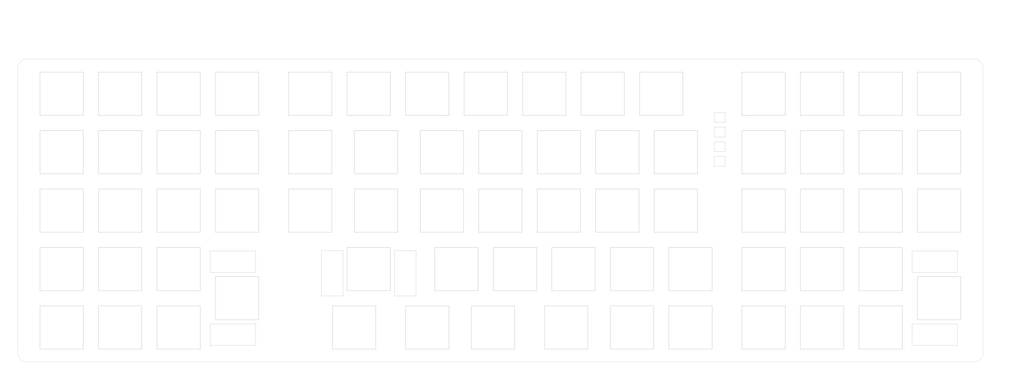
<source format=kicad_pcb>
(kicad_pcb (version 20211014) (generator pcbnew)
  (layers (0 "F.Cu" signal) (31 "B.Cu" signal) (34 "B.Paste" user) (35 "F.Paste" user) (36 "B.SilkS" user "B.Silkscreen") (37 "F.SilkS" user "F.Silkscreen") (38 "B.Mask" user) (39 "F.Mask" user) (44 "Edge.Cuts" user))
  (net 0 "")
  (footprint "kbd_SW_Hole:SW_Hole_1u" (layer "F.Cu") (at 47.625 47.625)
    (fp_text reference "SW7" hide)
    (fp_text value "SW_PUSH" hide)
    (fp_line (start 7.05 7.05) (end -7.05 7.05) (layer "Edge.Cuts") (width 0.15))
    (fp_line (start -7.05 7.05) (end -7.05 -7.05) (layer "Edge.Cuts") (width 0.15))
    (fp_line (start -7.05 -7.05) (end 7.05 -7.05) (layer "Edge.Cuts") (width 0.15))
    (fp_line (start 7.05 -7.05) (end 7.05 7.05) (layer "Edge.Cuts") (width 0.15))
  )
  (footprint "kbd_SW_Hole:SW_Hole_1u" (layer "F.Cu") (at 47.625 104.775)
    (fp_text reference "SW10" hide)
    (fp_text value "SW_PUSH" hide)
    (fp_line (start 7.05 -7.05) (end 7.05 7.05) (layer "Edge.Cuts") (width 0.15))
    (fp_line (start -7.05 7.05) (end -7.05 -7.05) (layer "Edge.Cuts") (width 0.15))
    (fp_line (start -7.05 -7.05) (end 7.05 -7.05) (layer "Edge.Cuts") (width 0.15))
    (fp_line (start 7.05 7.05) (end -7.05 7.05) (layer "Edge.Cuts") (width 0.15))
  )
  (footprint "kbd_SW_Hole:SW_Hole_1u" (layer "F.Cu") (at 47.625 28.575)
    (fp_text reference "SW6" hide)
    (fp_text value "SW_PUSH" hide)
    (fp_line (start -7.05 7.05) (end -7.05 -7.05) (layer "Edge.Cuts") (width 0.15))
    (fp_line (start 7.05 7.05) (end -7.05 7.05) (layer "Edge.Cuts") (width 0.15))
    (fp_line (start 7.05 -7.05) (end 7.05 7.05) (layer "Edge.Cuts") (width 0.15))
    (fp_line (start -7.05 -7.05) (end 7.05 -7.05) (layer "Edge.Cuts") (width 0.15))
  )
  (footprint "kbd_SW_Hole:SW_Hole_1u" (layer "F.Cu") (at 28.575 28.575)
    (fp_text reference "SW1" hide)
    (fp_text value "SW_PUSH" hide)
    (fp_line (start 7.05 -7.05) (end 7.05 7.05) (layer "Edge.Cuts") (width 0.15))
    (fp_line (start -7.05 -7.05) (end 7.05 -7.05) (layer "Edge.Cuts") (width 0.15))
    (fp_line (start -7.05 7.05) (end -7.05 -7.05) (layer "Edge.Cuts") (width 0.15))
    (fp_line (start 7.05 7.05) (end -7.05 7.05) (layer "Edge.Cuts") (width 0.15))
  )
  (footprint "kbd_SW_Hole:SW_Hole_1u" (layer "F.Cu") (at 47.625 85.725)
    (fp_text reference "SW9" hide)
    (fp_text value "SW_PUSH" hide)
    (fp_line (start 7.05 7.05) (end -7.05 7.05) (layer "Edge.Cuts") (width 0.15))
    (fp_line (start -7.05 -7.05) (end 7.05 -7.05) (layer "Edge.Cuts") (width 0.15))
    (fp_line (start 7.05 -7.05) (end 7.05 7.05) (layer "Edge.Cuts") (width 0.15))
    (fp_line (start -7.05 7.05) (end -7.05 -7.05) (layer "Edge.Cuts") (width 0.15))
  )
  (footprint "kbd_SW_Hole:SW_Hole_1u" (layer "F.Cu") (at 47.625 66.675)
    (fp_text reference "SW8" hide)
    (fp_text value "SW_PUSH" hide)
    (fp_line (start 7.05 -7.05) (end 7.05 7.05) (layer "Edge.Cuts") (width 0.15))
    (fp_line (start 7.05 7.05) (end -7.05 7.05) (layer "Edge.Cuts") (width 0.15))
    (fp_line (start -7.05 7.05) (end -7.05 -7.05) (layer "Edge.Cuts") (width 0.15))
    (fp_line (start -7.05 -7.05) (end 7.05 -7.05) (layer "Edge.Cuts") (width 0.15))
  )
  (footprint "kbd_SW_Hole:SW_Hole_1u" (layer "F.Cu") (at 66.675 47.625)
    (fp_text reference "SW12" hide)
    (fp_text value "SW_PUSH" hide)
    (fp_line (start 7.05 -7.05) (end 7.05 7.05) (layer "Edge.Cuts") (width 0.15))
    (fp_line (start -7.05 7.05) (end -7.05 -7.05) (layer "Edge.Cuts") (width 0.15))
    (fp_line (start -7.05 -7.05) (end 7.05 -7.05) (layer "Edge.Cuts") (width 0.15))
    (fp_line (start 7.05 7.05) (end -7.05 7.05) (layer "Edge.Cuts") (width 0.15))
  )
  (footprint "kbd_SW_Hole:SW_Hole_1u" (layer "F.Cu") (at 66.675 28.575)
    (fp_text reference "SW11" hide)
    (fp_text value "SW_PUSH" hide)
    (fp_line (start -7.05 -7.05) (end 7.05 -7.05) (layer "Edge.Cuts") (width 0.15))
    (fp_line (start 7.05 7.05) (end -7.05 7.05) (layer "Edge.Cuts") (width 0.15))
    (fp_line (start 7.05 -7.05) (end 7.05 7.05) (layer "Edge.Cuts") (width 0.15))
    (fp_line (start -7.05 7.05) (end -7.05 -7.05) (layer "Edge.Cuts") (width 0.15))
  )
  (footprint "kbd_SW_Hole:SW_Hole_1u" (layer "F.Cu") (at 66.675 66.675)
    (fp_text reference "SW13" hide)
    (fp_text value "SW_PUSH" hide)
    (fp_line (start -7.05 7.05) (end -7.05 -7.05) (layer "Edge.Cuts") (width 0.15))
    (fp_line (start 7.05 7.05) (end -7.05 7.05) (layer "Edge.Cuts") (width 0.15))
    (fp_line (start 7.05 -7.05) (end 7.05 7.05) (layer "Edge.Cuts") (width 0.15))
    (fp_line (start -7.05 -7.05) (end 7.05 -7.05) (layer "Edge.Cuts") (width 0.15))
  )
  (footprint "kbd_SW_Hole:SW_Hole_1u" (layer "F.Cu") (at 66.675 85.725)
    (fp_text reference "SW14" hide)
    (fp_text value "SW_PUSH" hide)
    (fp_line (start 7.05 7.05) (end -7.05 7.05) (layer "Edge.Cuts") (width 0.15))
    (fp_line (start 7.05 -7.05) (end 7.05 7.05) (layer "Edge.Cuts") (width 0.15))
    (fp_line (start -7.05 7.05) (end -7.05 -7.05) (layer "Edge.Cuts") (width 0.15))
    (fp_line (start -7.05 -7.05) (end 7.05 -7.05) (layer "Edge.Cuts") (width 0.15))
  )
  (footprint "kbd_SW_Hole:SW_Hole_1u" (layer "F.Cu") (at 85.725 47.625)
    (fp_text reference "SW17" hide)
    (fp_text value "SW_PUSH" hide)
    (fp_line (start -7.05 -7.05) (end 7.05 -7.05) (layer "Edge.Cuts") (width 0.15))
    (fp_line (start 7.05 7.05) (end -7.05 7.05) (layer "Edge.Cuts") (width 0.15))
    (fp_line (start -7.05 7.05) (end -7.05 -7.05) (layer "Edge.Cuts") (width 0.15))
    (fp_line (start 7.05 -7.05) (end 7.05 7.05) (layer "Edge.Cuts") (width 0.15))
  )
  (footprint "kbd_SW_Hole:SW_Hole_1u" (layer "F.Cu") (at 85.725 28.575)
    (fp_text reference "SW16" hide)
    (fp_text value "SW_PUSH" hide)
    (fp_line (start 7.05 7.05) (end -7.05 7.05) (layer "Edge.Cuts") (width 0.15))
    (fp_line (start -7.05 7.05) (end -7.05 -7.05) (layer "Edge.Cuts") (width 0.15))
    (fp_line (start -7.05 -7.05) (end 7.05 -7.05) (layer "Edge.Cuts") (width 0.15))
    (fp_line (start 7.05 -7.05) (end 7.05 7.05) (layer "Edge.Cuts") (width 0.15))
  )
  (footprint "kbd_SW_Hole:SW_Hole_1u" (layer "F.Cu") (at 85.725 66.675)
    (fp_text reference "SW18" hide)
    (fp_text value "SW_PUSH" hide)
    (fp_line (start 7.05 -7.05) (end 7.05 7.05) (layer "Edge.Cuts") (width 0.15))
    (fp_line (start 7.05 7.05) (end -7.05 7.05) (layer "Edge.Cuts") (width 0.15))
    (fp_line (start -7.05 -7.05) (end 7.05 -7.05) (layer "Edge.Cuts") (width 0.15))
    (fp_line (start -7.05 7.05) (end -7.05 -7.05) (layer "Edge.Cuts") (width 0.15))
  )
  (footprint "kbd_SW_Hole:SW_Hole_1u" (layer "F.Cu") (at 66.675 104.775)
    (fp_text reference "SW15" hide)
    (fp_text value "SW_PUSH" hide)
    (fp_line (start -7.05 -7.05) (end 7.05 -7.05) (layer "Edge.Cuts") (width 0.15))
    (fp_line (start 7.05 -7.05) (end 7.05 7.05) (layer "Edge.Cuts") (width 0.15))
    (fp_line (start -7.05 7.05) (end -7.05 -7.05) (layer "Edge.Cuts") (width 0.15))
    (fp_line (start 7.05 7.05) (end -7.05 7.05) (layer "Edge.Cuts") (width 0.15))
  )
  (footprint "kbd_SW_Hole:SW_Hole_1u" (layer "F.Cu") (at 109.5375 47.625)
    (fp_text reference "SW21" hide)
    (fp_text value "RotaryEncoder_Switch" hide)
    (fp_line (start -7.05 7.05) (end -7.05 -7.05) (layer "Edge.Cuts") (width 0.15))
    (fp_line (start 7.05 -7.05) (end 7.05 7.05) (layer "Edge.Cuts") (width 0.15))
    (fp_line (start 7.05 7.05) (end -7.05 7.05) (layer "Edge.Cuts") (width 0.15))
    (fp_line (start -7.05 -7.05) (end 7.05 -7.05) (layer "Edge.Cuts") (width 0.15))
  )
  (footprint "kbd_SW_Hole:SW_Hole_1u" (layer "F.Cu") (at 176.2125 85.725)
    (fp_text reference "SW36" hide)
    (fp_text value "SW_PUSH" hide)
    (fp_line (start -7.05 7.05) (end -7.05 -7.05) (layer "Edge.Cuts") (width 0.15))
    (fp_line (start -7.05 -7.05) (end 7.05 -7.05) (layer "Edge.Cuts") (width 0.15))
    (fp_line (start 7.05 -7.05) (end 7.05 7.05) (layer "Edge.Cuts") (width 0.15))
    (fp_line (start 7.05 7.05) (end -7.05 7.05) (layer "Edge.Cuts") (width 0.15))
  )
  (footprint "kbd_SW_Hole:SW_Hole_1u" (layer "F.Cu") (at 109.5375 66.675)
    (fp_text reference "SW22" hide)
    (fp_text value "RotaryEncoder_Switch" hide)
    (fp_line (start -7.05 -7.05) (end 7.05 -7.05) (layer "Edge.Cuts") (width 0.15))
    (fp_line (start -7.05 7.05) (end -7.05 -7.05) (layer "Edge.Cuts") (width 0.15))
    (fp_line (start 7.05 -7.05) (end 7.05 7.05) (layer "Edge.Cuts") (width 0.15))
    (fp_line (start 7.05 7.05) (end -7.05 7.05) (layer "Edge.Cuts") (width 0.15))
  )
  (footprint "kbd_SW_Hole:SW_Hole_1u" (layer "F.Cu") (at 157.1625 85.725)
    (fp_text reference "SW31" hide)
    (fp_text value "SW_PUSH" hide)
    (fp_line (start -7.05 7.05) (end -7.05 -7.05) (layer "Edge.Cuts") (width 0.15))
    (fp_line (start 7.05 7.05) (end -7.05 7.05) (layer "Edge.Cuts") (width 0.15))
    (fp_line (start -7.05 -7.05) (end 7.05 -7.05) (layer "Edge.Cuts") (width 0.15))
    (fp_line (start 7.05 -7.05) (end 7.05 7.05) (layer "Edge.Cuts") (width 0.15))
  )
  (footprint "kbd_SW_Hole:SW_Hole_1u" (layer "F.Cu") (at 152.4 47.625)
    (fp_text reference "SW29" hide)
    (fp_text value "SW_PUSH" hide)
    (fp_line (start 7.05 7.05) (end -7.05 7.05) (layer "Edge.Cuts") (width 0.15))
    (fp_line (start 7.05 -7.05) (end 7.05 7.05) (layer "Edge.Cuts") (width 0.15))
    (fp_line (start -7.05 7.05) (end -7.05 -7.05) (layer "Edge.Cuts") (width 0.15))
    (fp_line (start -7.05 -7.05) (end 7.05 -7.05) (layer "Edge.Cuts") (width 0.15))
  )
  (footprint "kbd_SW_Hole:SW_Hole_1u" (layer "F.Cu") (at 152.4 66.675)
    (fp_text reference "SW30" hide)
    (fp_text value "SW_PUSH" hide)
    (fp_line (start 7.05 7.05) (end -7.05 7.05) (layer "Edge.Cuts") (width 0.15))
    (fp_line (start -7.05 7.05) (end -7.05 -7.05) (layer "Edge.Cuts") (width 0.15))
    (fp_line (start 7.05 -7.05) (end 7.05 7.05) (layer "Edge.Cuts") (width 0.15))
    (fp_line (start -7.05 -7.05) (end 7.05 -7.05) (layer "Edge.Cuts") (width 0.15))
  )
  (footprint "kbd_SW_Hole:SW_Hole_1u" (layer "F.Cu") (at 109.5375 28.575)
    (fp_text reference "SW20" hide)
    (fp_text value "SW_PUSH" hide)
    (fp_line (start -7.05 -7.05) (end 7.05 -7.05) (layer "Edge.Cuts") (width 0.15))
    (fp_line (start 7.05 -7.05) (end 7.05 7.05) (layer "Edge.Cuts") (width 0.15))
    (fp_line (start -7.05 7.05) (end -7.05 -7.05) (layer "Edge.Cuts") (width 0.15))
    (fp_line (start 7.05 7.05) (end -7.05 7.05) (layer "Edge.Cuts") (width 0.15))
  )
  (footprint "kbd_SW_Hole:SW_Hole_1u" (layer "F.Cu") (at 128.5875 28.575)
    (fp_text reference "SW23" hide)
    (fp_text value "SW_PUSH" hide)
    (fp_line (start 7.05 -7.05) (end 7.05 7.05) (layer "Edge.Cuts") (width 0.15))
    (fp_line (start -7.05 -7.05) (end 7.05 -7.05) (layer "Edge.Cuts") (width 0.15))
    (fp_line (start 7.05 7.05) (end -7.05 7.05) (layer "Edge.Cuts") (width 0.15))
    (fp_line (start -7.05 7.05) (end -7.05 -7.05) (layer "Edge.Cuts") (width 0.15))
  )
  (footprint "kbd_SW_Hole:SW_Hole_1u" (layer "F.Cu") (at 190.5 66.675)
    (fp_text reference "SW40" hide)
    (fp_text value "SW_PUSH" hide)
    (fp_line (start -7.05 -7.05) (end 7.05 -7.05) (layer "Edge.Cuts") (width 0.15))
    (fp_line (start 7.05 -7.05) (end 7.05 7.05) (layer "Edge.Cuts") (width 0.15))
    (fp_line (start 7.05 7.05) (end -7.05 7.05) (layer "Edge.Cuts") (width 0.15))
    (fp_line (start -7.05 7.05) (end -7.05 -7.05) (layer "Edge.Cuts") (width 0.15))
  )
  (footprint "kbd_SW_Hole:SW_Hole_1u" (layer "F.Cu") (at 195.2625 85.725)
    (fp_text reference "SW41" hide)
    (fp_text value "SW_PUSH" hide)
    (fp_line (start -7.05 7.05) (end -7.05 -7.05) (layer "Edge.Cuts") (width 0.15))
    (fp_line (start -7.05 -7.05) (end 7.05 -7.05) (layer "Edge.Cuts") (width 0.15))
    (fp_line (start 7.05 7.05) (end -7.05 7.05) (layer "Edge.Cuts") (width 0.15))
    (fp_line (start 7.05 -7.05) (end 7.05 7.05) (layer "Edge.Cuts") (width 0.15))
  )
  (footprint "kbd_SW_Hole:SW_Hole_1u" (layer "F.Cu") (at 185.7375 28.575)
    (fp_text reference "SW38" hide)
    (fp_text value "SW_PUSH" hide)
    (fp_line (start 7.05 -7.05) (end 7.05 7.05) (layer "Edge.Cuts") (width 0.15))
    (fp_line (start -7.05 7.05) (end -7.05 -7.05) (layer "Edge.Cuts") (width 0.15))
    (fp_line (start 7.05 7.05) (end -7.05 7.05) (layer "Edge.Cuts") (width 0.15))
    (fp_line (start -7.05 -7.05) (end 7.05 -7.05) (layer "Edge.Cuts") (width 0.15))
  )
  (footprint "kbd_SW_Hole:SW_Hole_1u" (layer "F.Cu") (at 209.55 47.625)
    (fp_text reference "SW44" hide)
    (fp_text value "SW_PUSH" hide)
    (fp_line (start -7.05 -7.05) (end 7.05 -7.05) (layer "Edge.Cuts") (width 0.15))
    (fp_line (start 7.05 7.05) (end -7.05 7.05) (layer "Edge.Cuts") (width 0.15))
    (fp_line (start -7.05 7.05) (end -7.05 -7.05) (layer "Edge.Cuts") (width 0.15))
    (fp_line (start 7.05 -7.05) (end 7.05 7.05) (layer "Edge.Cuts") (width 0.15))
  )
  (footprint "kbd_SW_Hole:SW_Hole_1u" (layer "F.Cu") (at 166.6875 28.575)
    (fp_text reference "SW33" hide)
    (fp_text value "SW_PUSH" hide)
    (fp_line (start 7.05 7.05) (end -7.05 7.05) (layer "Edge.Cuts") (width 0.15))
    (fp_line (start -7.05 7.05) (end -7.05 -7.05) (layer "Edge.Cuts") (width 0.15))
    (fp_line (start -7.05 -7.05) (end 7.05 -7.05) (layer "Edge.Cuts") (width 0.15))
    (fp_line (start 7.05 -7.05) (end 7.05 7.05) (layer "Edge.Cuts") (width 0.15))
  )
  (footprint "kbd_SW_Hole:SW_Hole_1u" (layer "F.Cu") (at 171.45 66.675)
    (fp_text reference "SW35" hide)
    (fp_text value "SW_PUSH" hide)
    (fp_line (start -7.05 -7.05) (end 7.05 -7.05) (layer "Edge.Cuts") (width 0.15))
    (fp_line (start -7.05 7.05) (end -7.05 -7.05) (layer "Edge.Cuts") (width 0.15))
    (fp_line (start 7.05 -7.05) (end 7.05 7.05) (layer "Edge.Cuts") (width 0.15))
    (fp_line (start 7.05 7.05) (end -7.05 7.05) (layer "Edge.Cuts") (width 0.15))
  )
  (footprint "kbd_SW_Hole:SW_Hole_1u" (layer "F.Cu") (at 147.6375 28.575)
    (fp_text reference "SW28" hide)
    (fp_text value "SW_PUSH" hide)
    (fp_line (start 7.05 -7.05) (end 7.05 7.05) (layer "Edge.Cuts") (width 0.15))
    (fp_line (start -7.05 -7.05) (end 7.05 -7.05) (layer "Edge.Cuts") (width 0.15))
    (fp_line (start -7.05 7.05) (end -7.05 -7.05) (layer "Edge.Cuts") (width 0.15))
    (fp_line (start 7.05 7.05) (end -7.05 7.05) (layer "Edge.Cuts") (width 0.15))
  )
  (footprint "kbd_SW_Hole:SW_Hole_1u" (layer "F.Cu") (at 214.3125 85.725)
    (fp_text reference "SW46" hide)
    (fp_text value "SW_PUSH" hide)
    (fp_line (start -7.05 -7.05) (end 7.05 -7.05) (layer "Edge.Cuts") (width 0.15))
    (fp_line (start -7.05 7.05) (end -7.05 -7.05) (layer "Edge.Cuts") (width 0.15))
    (fp_line (start 7.05 7.05) (end -7.05 7.05) (layer "Edge.Cuts") (width 0.15))
    (fp_line (start 7.05 -7.05) (end 7.05 7.05) (layer "Edge.Cuts") (width 0.15))
  )
  (footprint "kbd_SW_Hole:SW_Hole_1u" (layer "F.Cu") (at 171.45 47.625)
    (fp_text reference "SW34" hide)
    (fp_text value "SW_PUSH" hide)
    (fp_line (start 7.05 -7.05) (end 7.05 7.05) (layer "Edge.Cuts") (width 0.15))
    (fp_line (start -7.05 7.05) (end -7.05 -7.05) (layer "Edge.Cuts") (width 0.15))
    (fp_line (start 7.05 7.05) (end -7.05 7.05) (layer "Edge.Cuts") (width 0.15))
    (fp_line (start -7.05 -7.05) (end 7.05 -7.05) (layer "Edge.Cuts") (width 0.15))
  )
  (footprint "kbd_SW_Hole:SW_Hole_1u" (layer "F.Cu") (at 209.55 66.675)
    (fp_text reference "SW45" hide)
    (fp_text value "SW_PUSH" hide)
    (fp_line (start 7.05 -7.05) (end 7.05 7.05) (layer "Edge.Cuts") (width 0.15))
    (fp_line (start -7.05 -7.05) (end 7.05 -7.05) (layer "Edge.Cuts") (width 0.15))
    (fp_line (start 7.05 7.05) (end -7.05 7.05) (layer "Edge.Cuts") (width 0.15))
    (fp_line (start -7.05 7.05) (end -7.05 -7.05) (layer "Edge.Cuts") (width 0.15))
  )
  (footprint "kbd_SW_Hole:SW_Hole_1u" (layer "F.Cu") (at 190.5 47.625)
    (fp_text reference "SW39" hide)
    (fp_text value "SW_PUSH" hide)
    (fp_line (start -7.05 7.05) (end -7.05 -7.05) (layer "Edge.Cuts") (width 0.15))
    (fp_line (start 7.05 7.05) (end -7.05 7.05) (layer "Edge.Cuts") (width 0.15))
    (fp_line (start -7.05 -7.05) (end 7.05 -7.05) (layer "Edge.Cuts") (width 0.15))
    (fp_line (start 7.05 -7.05) (end 7.05 7.05) (layer "Edge.Cuts") (width 0.15))
  )
  (footprint "kbd_SW_Hole:SW_Hole_1u" (layer "F.Cu") (at 204.7875 28.575)
    (fp_text reference "SW43" hide)
    (fp_text value "SW_PUSH" hide)
    (fp_line (start -7.05 -7.05) (end 7.05 -7.05) (layer "Edge.Cuts") (width 0.15))
    (fp_line (start 7.05 7.05) (end -7.05 7.05) (layer "Edge.Cuts") (width 0.15))
    (fp_line (start 7.05 -7.05) (end 7.05 7.05) (layer "Edge.Cuts") (width 0.15))
    (fp_line (start -7.05 7.05) (end -7.05 -7.05) (layer "Edge.Cuts") (width 0.15))
  )
  (footprint "kbd_SW_Hole:SW_Hole_1u" (layer "F.Cu") (at 314.325 28.575)
    (fp_text reference "SW68" hide)
    (fp_text value "SW_PUSH" hide)
    (fp_line (start -7.05 -7.05) (end 7.05 -7.05) (layer "Edge.Cuts") (width 0.15))
    (fp_line (start 7.05 7.05) (end -7.05 7.05) (layer "Edge.Cuts") (width 0.15))
    (fp_line (start -7.05 7.05) (end -7.05 -7.05) (layer "Edge.Cuts") (width 0.15))
    (fp_line (start 7.05 -7.05) (end 7.05 7.05) (layer "Edge.Cuts") (width 0.15))
  )
  (footprint "kbd_SW_Hole:SW_Hole_1u" (layer "F.Cu") (at 314.325 47.625)
    (fp_text reference "SW69" hide)
    (fp_text value "SW_PUSH" hide)
    (fp_line (start 7.05 -7.05) (end 7.05 7.05) (layer "Edge.Cuts") (width 0.15))
    (fp_line (start -7.05 7.05) (end -7.05 -7.05) (layer "Edge.Cuts") (width 0.15))
    (fp_line (start -7.05 -7.05) (end 7.05 -7.05) (layer "Edge.Cuts") (width 0.15))
    (fp_line (start 7.05 7.05) (end -7.05 7.05) (layer "Edge.Cuts") (width 0.15))
  )
  (footprint "kbd_SW_Hole:SW_Hole_1u" (layer "F.Cu") (at 314.325 66.675)
    (fp_text reference "SW70" hide)
    (fp_text value "SW_PUSH" hide)
    (fp_line (start -7.05 -7.05) (end 7.05 -7.05) (layer "Edge.Cuts") (width 0.15))
    (fp_line (start 7.05 7.05) (end -7.05 7.05) (layer "Edge.Cuts") (width 0.15))
    (fp_line (start 7.05 -7.05) (end 7.05 7.05) (layer "Edge.Cuts") (width 0.15))
    (fp_line (start -7.05 7.05) (end -7.05 -7.05) (layer "Edge.Cuts") (width 0.15))
  )
  (footprint "kbd_SW_Hole:SW_Hole_1u" (layer "F.Cu") (at 295.275 85.725)
    (fp_text reference "SW66" hide)
    (fp_text value "SW_PUSH" hide)
    (fp_line (start 7.05 -7.05) (end 7.05 7.05) (layer "Edge.Cuts") (width 0.15))
    (fp_line (start 7.05 7.05) (end -7.05 7.05) (layer "Edge.Cuts") (width 0.15))
    (fp_line (start -7.05 7.05) (end -7.05 -7.05) (layer "Edge.Cuts") (width 0.15))
    (fp_line (start -7.05 -7.05) (end 7.05 -7.05) (layer "Edge.Cuts") (width 0.15))
  )
  (footprint "kbd_SW_Hole:SW_Hole_1u" (layer "F.Cu") (at 295.275 28.575)
    (fp_text reference "SW63" hide)
    (fp_text value "SW_PUSH" hide)
    (fp_line (start -7.05 7.05) (end -7.05 -7.05) (layer "Edge.Cuts") (width 0.15))
    (fp_line (start 7.05 -7.05) (end 7.05 7.05) (layer "Edge.Cuts") (width 0.15))
    (fp_line (start 7.05 7.05) (end -7.05 7.05) (layer "Edge.Cuts") (width 0.15))
    (fp_line (start -7.05 -7.05) (end 7.05 -7.05) (layer "Edge.Cuts") (width 0.15))
  )
  (footprint "kbd_SW_Hole:SW_Hole_1u" (layer "F.Cu") (at 276.225 104.775)
    (fp_text reference "SW62" hide)
    (fp_text value "SW_PUSH" hide)
    (fp_line (start 7.05 7.05) (end -7.05 7.05) (layer "Edge.Cuts") (width 0.15))
    (fp_line (start 7.05 -7.05) (end 7.05 7.05) (layer "Edge.Cuts") (width 0.15))
    (fp_line (start -7.05 -7.05) (end 7.05 -7.05) (layer "Edge.Cuts") (width 0.15))
    (fp_line (start -7.05 7.05) (end -7.05 -7.05) (layer "Edge.Cuts") (width 0.15))
  )
  (footprint "kbd_SW_Hole:SW_Hole_1u" (layer "F.Cu") (at 295.275 104.775)
    (fp_text reference "SW67" hide)
    (fp_text value "SW_PUSH" hide)
    (fp_line (start 7.05 -7.05) (end 7.05 7.05) (layer "Edge.Cuts") (width 0.15))
    (fp_line (start -7.05 7.05) (end -7.05 -7.05) (layer "Edge.Cuts") (width 0.15))
    (fp_line (start -7.05 -7.05) (end 7.05 -7.05) (layer "Edge.Cuts") (width 0.15))
    (fp_line (start 7.05 7.05) (end -7.05 7.05) (layer "Edge.Cuts") (width 0.15))
  )
  (footprint "kbd_SW_Hole:SW_Hole_1u" (layer "F.Cu") (at 147.6375 104.775)
    (fp_text reference "SW32" hide)
    (fp_text value "SW_PUSH" hide)
    (fp_line (start -7.05 7.05) (end -7.05 -7.05) (layer "Edge.Cuts") (width 0.15))
    (fp_line (start 7.05 7.05) (end -7.05 7.05) (layer "Edge.Cuts") (width 0.15))
    (fp_line (start 7.05 -7.05) (end 7.05 7.05) (layer "Edge.Cuts") (width 0.15))
    (fp_line (start -7.05 -7.05) (end 7.05 -7.05) (layer "Edge.Cuts") (width 0.15))
  )
  (footprint "kbd_SW_Hole:SW_Hole_1.25u" (layer "F.Cu") (at 169.06875 104.775)
    (fp_text reference "SW37" hide)
    (fp_text value "SW_PUSH" hide)
    (fp_line (start -7.05 7.05) (end -7.05 -7.05) (layer "Edge.Cuts") (width 0.15))
    (fp_line (start 7.05 -7.05) (end 7.05 7.05) (layer "Edge.Cuts") (width 0.15))
    (fp_line (start 7.05 7.05) (end -7.05 7.05) (layer "Edge.Cuts") (width 0.15))
    (fp_line (start -7.05 -7.05) (end 7.05 -7.05) (layer "Edge.Cuts") (width 0.15))
  )
  (footprint "kbd_SW_Hole:SW_Hole_1.25u" (layer "F.Cu") (at 192.88125 104.775)
    (fp_text reference "SW42" hide)
    (fp_text value "SW_PUSH" hide)
    (fp_line (start -7.05 7.05) (end -7.05 -7.05) (layer "Edge.Cuts") (width 0.15))
    (fp_line (start -7.05 -7.05) (end 7.05 -7.05) (layer "Edge.Cuts") (width 0.15))
    (fp_line (start 7.05 7.05) (end -7.05 7.05) (layer "Edge.Cuts") (width 0.15))
    (fp_line (start 7.05 -7.05) (end 7.05 7.05) (layer "Edge.Cuts") (width 0.15))
  )
  (footprint "kbd_SW_Hole:SW_Hole_1u" (layer "F.Cu") (at 214.3125 104.775)
    (fp_text reference "SW47" hide)
    (fp_text value "SW_PUSH" hide)
    (fp_line (start 7.05 -7.05) (end 7.05 7.05) (layer "Edge.Cuts") (width 0.15))
    (fp_line (start 7.05 7.05) (end -7.05 7.05) (layer "Edge.Cuts") (width 0.15))
    (fp_line (start -7.05 7.05) (end -7.05 -7.05) (layer "Edge.Cuts") (width 0.15))
    (fp_line (start -7.05 -7.05) (end 7.05 -7.05) (layer "Edge.Cuts") (width 0.15))
  )
  (footprint "kbd_Hole:m2_Screw_Hole_EdgeCuts" (layer "F.Cu") (at 16.075 21.55)
    (fp_text reference "J2" hide)
    (fp_text value "Conn_01x01" hide)
    (fp_circle (center 0 0) (end 1.1 0) (layer "Edge.Cuts") (width 0.01) (fill none))
  )
  (footprint "kbd_Hole:m2_Screw_Hole_EdgeCuts" (layer "F.Cu") (at 16.075 66.65)
    (fp_text reference "J3" hide)
    (fp_text value "Conn_01x01" hide)
    (fp_circle (center 0 0) (end 1.1 0) (layer "Edge.Cuts") (width 0.01) (fill none))
  )
  (footprint "kbd_Hole:m2_Screw_Hole_EdgeCuts" (layer "F.Cu") (at 16.075 111.75)
    (fp_text reference "J4" hide)
    (fp_text value "Conn_01x01" hide)
    (fp_circle (center 0 0) (end 1.1 0) (layer "Edge.Cuts") (width 0.01) (fill none))
  )
  (footprint "kbd_Hole:m2_Screw_Hole_EdgeCuts" (layer "F.Cu") (at 326.825 21.55)
    (fp_text reference "J5" hide)
    (fp_text value "Conn_01x01" hide)
    (fp_circle (center 0 0) (end 1.1 0) (layer "Edge.Cuts") (width 0.01) (fill none))
  )
  (footprint "kbd_Hole:m2_Screw_Hole_EdgeCuts" (layer "F.Cu") (at 326.825 66.65)
    (fp_text reference "J6" hide)
    (fp_text value "Conn_01x01" hide)
    (fp_circle (center 0 0) (end 1.1 0) (layer "Edge.Cuts") (width 0.01) (fill none))
  )
  (footprint "kbd_Hole:m2_Screw_Hole_EdgeCuts" (layer "F.Cu") (at 326.825 111.75)
    (fp_text reference "J7" hide)
    (fp_text value "Conn_01x01" hide)
    (fp_circle (center 0 0) (end 1.1 0) (layer "Edge.Cuts") (width 0.01) (fill none))
  )
  (footprint "kbd_Hole:m2_Screw_Hole_Fab" (layer "F.Cu") (at 11.075 13.05)
    (fp_text reference "J8" hide)
    (fp_text value "Conn_01x01" hide)
  )
  (footprint "kbd_Hole:m2_Screw_Hole_Fab" (layer "F.Cu") (at 11.075 66.65)
    (fp_text reference "J9" hide)
    (fp_text value "Conn_01x01" hide)
  )
  (footprint "kbd_Hole:m2_Screw_Hole_Fab" (layer "F.Cu") (at 11.075 120.25)
    (fp_text reference "J10" hide)
    (fp_text value "Conn_01x01" hide)
  )
  (footprint "kbd_Hole:m2_Screw_Hole_Fab" (layer "F.Cu") (at 108.575 13.05)
    (fp_text reference "J11" hide)
    (fp_text value "Conn_01x01" hide)
  )
  (footprint "kbd_Hole:m2_Screw_Hole_Fab" (layer "F.Cu") (at 234.325 13.05)
    (fp_text reference "J12" hide)
    (fp_text value "Conn_01x01" hide)
  )
  (footprint "kbd_Hole:m2_Screw_Hole_Fab" (layer "F.Cu") (at 108.575 120.25)
    (fp_text reference "J13" hide)
    (fp_text value "Conn_01x01" hide)
  )
  (footprint "kbd_Hole:m2_Screw_Hole_Fab" (layer "F.Cu") (at 234.325 120.25)
    (fp_text reference "J14" hide)
    (fp_text value "Conn_01x01" hide)
  )
  (footprint "kbd_Hole:m2_Screw_Hole_Fab" (layer "F.Cu") (at 331.825 13.05)
    (fp_text reference "J15" hide)
    (fp_text value "Conn_01x01" hide)
  )
  (footprint "kbd_Hole:m2_Screw_Hole_Fab" (layer "F.Cu") (at 331.825 66.65)
    (fp_text reference "J16" hide)
    (fp_text value "Conn_01x01" hide)
  )
  (footprint "kbd_Hole:m2_Screw_Hole_Fab" (layer "F.Cu") (at 331.825 120.25)
    (fp_text reference "J17" hide)
    (fp_text value "Conn_01x01" hide)
  )
  (footprint "kbd_SW_Hole:SW_Hole_1u" (layer "F.Cu") (at 28.575 104.775)
    (fp_text reference "SW5" hide)
    (fp_text value "SW_PUSH" hide)
    (fp_line (start -7.05 -7.05) (end 7.05 -7.05) (layer "Edge.Cuts") (width 0.15))
    (fp_line (start 7.05 -7.05) (end 7.05 7.05) (layer "Edge.Cuts") (width 0.15))
    (fp_line (start 7.05 7.05) (end -7.05 7.05) (layer "Edge.Cuts") (width 0.15))
    (fp_line (start -7.05 7.05) (end -7.05 -7.05) (layer "Edge.Cuts") (width 0.15))
  )
  (footprint "kbd_SW_Hole:SW_Hole_1u" (layer "F.Cu") (at 233.3625 104.775)
    (fp_text reference "SW52" hide)
    (fp_text value "SW_PUSH" hide)
    (fp_line (start -7.05 -7.05) (end 7.05 -7.05) (layer "Edge.Cuts") (width 0.15))
    (fp_line (start 7.05 -7.05) (end 7.05 7.05) (layer "Edge.Cuts") (width 0.15))
    (fp_line (start -7.05 7.05) (end -7.05 -7.05) (layer "Edge.Cuts") (width 0.15))
    (fp_line (start 7.05 7.05) (end -7.05 7.05) (layer "Edge.Cuts") (width 0.15))
  )
  (footprint "kbd_SW_Hole:SW_Hole_1u" (layer "F.Cu") (at 276.225 47.625)
    (fp_text reference "SW59" hide)
    (fp_text value "SW_PUSH" hide)
    (fp_line (start -7.05 7.05) (end -7.05 -7.05) (layer "Edge.Cuts") (width 0.15))
    (fp_line (start 7.05 7.05) (end -7.05 7.05) (layer "Edge.Cuts") (width 0.15))
    (fp_line (start -7.05 -7.05) (end 7.05 -7.05) (layer "Edge.Cuts") (width 0.15))
    (fp_line (start 7.05 -7.05) (end 7.05 7.05) (layer "Edge.Cuts") (width 0.15))
  )
  (footprint "kbd_SW_Hole:SW_Hole_1u" (layer "F.Cu") (at 28.575 85.725)
    (fp_text reference "SW4" hide)
    (fp_text value "SW_PUSH" hide)
    (fp_line (start -7.05 -7.05) (end 7.05 -7.05) (layer "Edge.Cuts") (width 0.15))
    (fp_line (start 7.05 -7.05) (end 7.05 7.05) (layer "Edge.Cuts") (width 0.15))
    (fp_line (start 7.05 7.05) (end -7.05 7.05) (layer "Edge.Cuts") (width 0.15))
    (fp_line (start -7.05 7.05) (end -7.05 -7.05) (layer "Edge.Cuts") (width 0.15))
  )
  (footprint "kbd_SW_Hole:SW_Hole_1u" (layer "F.Cu") (at 28.575 66.675)
    (fp_text reference "SW3" hide)
    (fp_text value "SW_PUSH" hide)
    (fp_line (start 7.05 -7.05) (end 7.05 7.05) (layer "Edge.Cuts") (width 0.15))
    (fp_line (start -7.05 7.05) (end -7.05 -7.05) (layer "Edge.Cuts") (width 0.15))
    (fp_line (start -7.05 -7.05) (end 7.05 -7.05) (layer "Edge.Cuts") (width 0.15))
    (fp_line (start 7.05 7.05) (end -7.05 7.05) (layer "Edge.Cuts") (width 0.15))
  )
  (footprint "kbd_SW_Hole:SW_Hole_1u" (layer "F.Cu") (at 228.6 66.675)
    (fp_text reference "SW50" hide)
    (fp_text value "SW_PUSH" hide)
    (fp_line (start -7.05 7.05) (end -7.05 -7.05) (layer "Edge.Cuts") (width 0.15))
    (fp_line (start -7.05 -7.05) (end 7.05 -7.05) (layer "Edge.Cuts") (width 0.15))
    (fp_line (start 7.05 7.05) (end -7.05 7.05) (layer "Edge.Cuts") (width 0.15))
    (fp_line (start 7.05 -7.05) (end 7.05 7.05) (layer "Edge.Cuts") (width 0.15))
  )
  (footprint "kbd_SW_Hole:SW_Hole_1.25u" (layer "F.Cu") (at 130.96875 66.675)
    (fp_text reference "SW25" hide)
    (fp_text value "SW_PUSH" hide)
    (fp_line (start -7.05 -7.05) (end 7.05 -7.05) (layer "Edge.Cuts") (width 0.15))
    (fp_line (start 7.05 -7.05) (end 7.05 7.05) (layer "Edge.Cuts") (width 0.15))
    (fp_line (start 7.05 7.05) (end -7.05 7.05) (layer "Edge.Cuts") (width 0.15))
    (fp_line (start -7.05 7.05) (end -7.05 -7.05) (layer "Edge.Cuts") (width 0.15))
  )
  (footprint "kbd_SW_Hole:SW_Hole_1u" (layer "F.Cu") (at 28.575 47.625)
    (fp_text reference "SW2" hide)
    (fp_text value "SW_PUSH" hide)
    (fp_line (start 7.05 7.05) (end -7.05 7.05) (layer "Edge.Cuts") (width 0.15))
    (fp_line (start -7.05 -7.05) (end 7.05 -7.05) (layer "Edge.Cuts") (width 0.15))
    (fp_line (start 7.05 -7.05) (end 7.05 7.05) (layer "Edge.Cuts") (width 0.15))
    (fp_line (start -7.05 7.05) (end -7.05 -7.05) (layer "Edge.Cuts") (width 0.15))
  )
  (footprint "kbd_SW_Hole:SW_Hole_1u" (layer "F.Cu") (at 257.175 28.575)
    (fp_text reference "SW53" hide)
    (fp_text value "SW_PUSH" hide)
    (fp_line (start -7.05 7.05) (end -7.05 -7.05) (layer "Edge.Cuts") (width 0.15))
    (fp_line (start 7.05 -7.05) (end 7.05 7.05) (layer "Edge.Cuts") (width 0.15))
    (fp_line (start 7.05 7.05) (end -7.05 7.05) (layer "Edge.Cuts") (width 0.15))
    (fp_line (start -7.05 -7.05) (end 7.05 -7.05) (layer "Edge.Cuts") (width 0.15))
  )
  (footprint "kbd_SW_Hole:SW_Hole_1u" (layer "F.Cu") (at 276.225 85.725)
    (fp_text reference "SW61" hide)
    (fp_text value "SW_PUSH" hide)
    (fp_line (start 7.05 7.05) (end -7.05 7.05) (layer "Edge.Cuts") (width 0.15))
    (fp_line (start -7.05 -7.05) (end 7.05 -7.05) (layer "Edge.Cuts") (width 0.15))
    (fp_line (start -7.05 7.05) (end -7.05 -7.05) (layer "Edge.Cuts") (width 0.15))
    (fp_line (start 7.05 -7.05) (end 7.05 7.05) (layer "Edge.Cuts") (width 0.15))
  )
  (footprint "kbd_SW_Hole:SW_Hole_2u" (layer "F.Cu") (at 314.325 95.25 -90)
    (fp_text reference "SW71" hide)
    (fp_text value "SW_PUSH" hide)
    (fp_line (start -8.4 -6) (end -8.4 8.8) (layer "Edge.Cuts") (width 0.12))
    (fp_line (start -15.4 -6) (end -8.4 -6) (layer "Edge.Cuts") (width 0.12))
    (fp_line (start -7.05 7.05) (end -7.05 -7.05) (layer "Edge.Cuts") (width 0.15))
    (fp_line (start 15.4 -6) (end 8.4 -6) (layer "Edge.Cuts") (width 0.12))
    (fp_line (start -15.4 8.8) (end -15.4 -6) (layer "Edge.Cuts") (width 0.12))
    (fp_line (start -7.05 -7.05) (end 7.05 -7.05) (layer "Edge.Cuts") (width 0.15))
    (fp_line (start 8.4 8.8) (end 15.4 8.8) (layer "Edge.Cuts") (width 0.12))
    (fp_line (start 7.05 -7.05) (end 7.05 7.05) (layer "Edge.Cuts") (width 0.15))
    (fp_line (start 7.05 7.05) (end -7.05 7.05) (layer "Edge.Cuts") (width 0.15))
    (fp_line (start 15.4 8.8) (end 15.4 -6) (layer "Edge.Cuts") (width 0.12))
    (fp_line (start -8.4 8.8) (end -15.4 8.8) (layer "Edge.Cuts") (width 0.12))
    (fp_line (start 8.4 -6) (end 8.4 8.8) (layer "Edge.Cuts") (width 0.12))
  )
  (footprint "kbd_SW_Hole:SW_Hole_1.25u" (layer "F.Cu") (at 130.96875 47.625)
    (fp_text reference "SW24" hide)
    (fp_text value "SW_PUSH" hide)
    (fp_line (start 7.05 -7.05) (end 7.05 7.05) (layer "Edge.Cuts") (width 0.15))
    (fp_line (start -7.05 7.05) (end -7.05 -7.05) (layer "Edge.Cuts") (width 0.15))
    (fp_line (start 7.05 7.05) (end -7.05 7.05) (layer "Edge.Cuts") (width 0.15))
    (fp_line (start -7.05 -7.05) (end 7.05 -7.05) (layer "Edge.Cuts") (width 0.15))
  )
  (footprint "kbd_SW_Hole:SW_Hole_1u" (layer "F.Cu") (at 257.175 66.675)
    (fp_text reference "SW55" hide)
    (fp_text value "SW_PUSH" hide)
    (fp_line (start -7.05 7.05) (end -7.05 -7.05) (layer "Edge.Cuts") (width 0.15))
    (fp_line (start 7.05 -7.05) (end 7.05 7.05) (layer "Edge.Cuts") (width 0.15))
    (fp_line (start -7.05 -7.05) (end 7.05 -7.05) (layer "Edge.Cuts") (width 0.15))
    (fp_line (start 7.05 7.05) (end -7.05 7.05) (layer "Edge.Cuts") (width 0.15))
  )
  (footprint "kbd_Parts:LED_SK6812MINI-E_BL_Hole" (layer "F.Cu") (at 242.887704 45.839101)
    (fp_text reference "L1" hide)
    (fp_text value "SK6812MINI-E" hide)
    (fp_line (start -1.75 1.6) (end -1.75 -1.6) (layer "Edge.Cuts") (width 0.12))
    (fp_line (start 1.75 -1.6) (end 1.75 1.6) (layer "Edge.Cuts") (width 0.12))
    (fp_line (start 1.75 1.6) (end -1.75 1.6) (layer "Edge.Cuts") (width 0.12))
    (fp_line (start -1.75 -1.6) (end 1.75 -1.6) (layer "Edge.Cuts") (width 0.12))
  )
  (footprint "kbd_Parts:LED_SK6812MINI-E_BL_Hole" (layer "F.Cu") (at 242.887704 41.076597)
    (fp_text reference "L1" hide)
    (fp_text value "SK6812MINI-E" hide)
    (fp_line (start -1.75 1.6) (end -1.75 -1.6) (layer "Edge.Cuts") (width 0.12))
    (fp_line (start -1.75 -1.6) (end 1.75 -1.6) (layer "Edge.Cuts") (width 0.12))
    (fp_line (start 1.75 -1.6) (end 1.75 1.6) (layer "Edge.Cuts") (width 0.12))
    (fp_line (start 1.75 1.6) (end -1.75 1.6) (layer "Edge.Cuts") (width 0.12))
  )
  (footprint "kbd_Parts:LED_SK6812MINI-E_BL_Hole" (layer "F.Cu") (at 242.887704 36.314093)
    (fp_text reference "L1" hide)
    (fp_text value "SK6812MINI-E" hide)
    (fp_line (start 1.75 -1.6) (end 1.75 1.6) (layer "Edge.Cuts") (width 0.12))
    (fp_line (start -1.75 1.6) (end -1.75 -1.6) (layer "Edge.Cuts") (width 0.12))
    (fp_line (start -1.75 -1.6) (end 1.75 -1.6) (layer "Edge.Cuts") (width 0.12))
    (fp_line (start 1.75 1.6) (end -1.75 1.6) (layer "Edge.Cuts") (width 0.12))
  )
  (footprint "kbd_SW_Hole:SW_Hole_1u" (layer "F.Cu") (at 257.175 104.775)
    (fp_text reference "SW57" hide)
    (fp_text value "SW_PUSH" hide)
    (fp_line (start -7.05 -7.05) (end 7.05 -7.05) (layer "Edge.Cuts") (width 0.15))
    (fp_line (start -7.05 7.05) (end -7.05 -7.05) (layer "Edge.Cuts") (width 0.15))
    (fp_line (start 7.05 7.05) (end -7.05 7.05) (layer "Edge.Cuts") (width 0.15))
    (fp_line (start 7.05 -7.05) (end 7.05 7.05) (layer "Edge.Cuts") (width 0.15))
  )
  (footprint "kbd_SW_Hole:SW_Hole_2u" (layer "F.Cu") (at 128.5875 85.725)
    (fp_text reference "SW26" hide)
    (fp_text value "SW_PUSH" hide)
    (fp_line (start 7.05 7.05) (end -7.05 7.05) (layer "Edge.Cuts") (width 0.15))
    (fp_line (start 15.4 8.8) (end 15.4 -6) (layer "Edge.Cuts") (width 0.12))
    (fp_line (start 8.4 -6) (end 8.4 8.8) (layer "Edge.Cuts") (width 0.12))
    (fp_line (start -15.4 8.8) (end -15.4 -6) (layer "Edge.Cuts") (width 0.12))
    (fp_line (start 8.4 8.8) (end 15.4 8.8) (layer "Edge.Cuts") (width 0.12))
    (fp_line (start 15.4 -6) (end 8.4 -6) (layer "Edge.Cuts") (width 0.12))
    (fp_line (start -7.05 -7.05) (end 7.05 -7.05) (layer "Edge.Cuts") (width 0.15))
    (fp_line (start -15.4 -6) (end -8.4 -6) (layer "Edge.Cuts") (width 0.12))
    (fp_line (start 7.05 -7.05) (end 7.05 7.05) (layer "Edge.Cuts") (width 0.15))
    (fp_line (start -8.4 8.8) (end -15.4 8.8) (layer "Edge.Cuts") (width 0.12))
    (fp_line (start -7.05 7.05) (end -7.05 -7.05) (layer "Edge.Cuts") (width 0.15))
    (fp_line (start -8.4 -6) (end -8.4 8.8) (layer "Edge.Cuts") (width 0.12))
  )
  (footprint "kbd_SW_Hole:SW_Hole_1u" (layer "F.Cu") (at 223.8375 28.575)
    (fp_text reference "SW48" hide)
    (fp_text value "SW_PUSH" hide)
    (fp_line (start -7.05 7.05) (end -7.05 -7.05) (layer "Edge.Cuts") (width 0.15))
    (fp_line (start 7.05 -7.05) (end 7.05 7.05) (layer "Edge.Cuts") (width 0.15))
    (fp_line (start -7.05 -7.05) (end 7.05 -7.05) (layer "Edge.Cuts") (width 0.15))
    (fp_line (start 7.05 7.05) (end -7.05 7.05) (layer "Edge.Cuts") (width 0.15))
  )
  (footprint "kbd_SW_Hole:SW_Hole_1u" (layer "F.Cu") (at 295.275 47.625)
    (fp_text reference "SW64" hide)
    (fp_text value "SW_PUSH" hide)
    (fp_line (start 7.05 7.05) (end -7.05 7.05) (layer "Edge.Cuts") (width 0.15))
    (fp_line (start -7.05 -7.05) (end 7.05 -7.05) (layer "Edge.Cuts") (width 0.15))
    (fp_line (start 7.05 -7.05) (end 7.05 7.05) (layer "Edge.Cuts") (width 0.15))
    (fp_line (start -7.05 7.05) (end -7.05 -7.05) (layer "Edge.Cuts") (width 0.15))
  )
  (footprint "kbd_Parts:LED_SK6812MINI-E_BL_Hole" (layer "F.Cu") (at 242.887704 50.601605)
    (fp_text reference "L1" hide)
    (fp_text value "SK6812MINI-E" hide)
    (fp_line (start 1.75 1.6) (end -1.75 1.6) (layer "Edge.Cuts") (width 0.12))
    (fp_line (start 1.75 -1.6) (end 1.75 1.6) (layer "Edge.Cuts") (width 0.12))
    (fp_line (start -1.75 -1.6) (end 1.75 -1.6) (layer "Edge.Cuts") (width 0.12))
    (fp_line (start -1.75 1.6) (end -1.75 -1.6) (layer "Edge.Cuts") (width 0.12))
  )
  (footprint "kbd_SW_Hole:SW_Hole_1u" (layer "F.Cu") (at 276.225 66.675)
    (fp_text reference "SW60" hide)
    (fp_text value "SW_PUSH" hide)
    (fp_line (start -7.05 7.05) (end -7.05 -7.05) (layer "Edge.Cuts") (width 0.15))
    (fp_line (start -7.05 -7.05) (end 7.05 -7.05) (layer "Edge.Cuts") (width 0.15))
    (fp_line (start 7.05 -7.05) (end 7.05 7.05) (layer "Edge.Cuts") (width 0.15))
    (fp_line (start 7.05 7.05) (end -7.05 7.05) (layer "Edge.Cuts") (width 0.15))
  )
  (footprint "kbd_SW_Hole:SW_Hole_1u" (layer "F.Cu") (at 257.175 47.625)
    (fp_text reference "SW54" hide)
    (fp_text value "SW_PUSH" hide)
    (fp_line (start 7.05 7.05) (end -7.05 7.05) (layer "Edge.Cuts") (width 0.15))
    (fp_line (start -7.05 7.05) (end -7.05 -7.05) (layer "Edge.Cuts") (width 0.15))
    (fp_line (start -7.05 -7.05) (end 7.05 -7.05) (layer "Edge.Cuts") (width 0.15))
    (fp_line (start 7.05 -7.05) (end 7.05 7.05) (layer "Edge.Cuts") (width 0.15))
  )
  (footprint "kbd_SW_Hole:SW_Hole_1u" (layer "F.Cu") (at 233.3625 85.725)
    (fp_text reference "SW51" hide)
    (fp_text value "SW_PUSH" hide)
    (fp_line (start -7.05 -7.05) (end 7.05 -7.05) (layer "Edge.Cuts") (width 0.15))
    (fp_line (start -7.05 7.05) (end -7.05 -7.05) (layer "Edge.Cuts") (width 0.15))
    (fp_line (start 7.05 7.05) (end -7.05 7.05) (layer "Edge.Cuts") (width 0.15))
    (fp_line (start 7.05 -7.05) (end 7.05 7.05) (layer "Edge.Cuts") (width 0.15))
  )
  (footprint "kbd_SW_Hole:SW_Hole_2u" (layer "F.Cu") (at 85.725 95.25 -90)
    (fp_text reference "SW19" hide)
    (fp_text value "SW_PUSH" hide)
    (fp_line (start -8.4 8.8) (end -15.4 8.8) (layer "Edge.Cuts") (width 0.12))
    (fp_line (start 8.4 -6) (end 8.4 8.8) (layer "Edge.Cuts") (width 0.12))
    (fp_line (start 15.4 8.8) (end 15.4 -6) (layer "Edge.Cuts") (width 0.12))
    (fp_line (start -7.05 -7.05) (end 7.05 -7.05) (layer "Edge.Cuts") (width 0.15))
    (fp_line (start -7.05 7.05) (end -7.05 -7.05) (layer "Edge.Cuts") (width 0.15))
    (fp_line (start -8.4 -6) (end -8.4 8.8) (layer "Edge.Cuts") (width 0.12))
    (fp_line (start -15.4 -6) (end -8.4 -6) (layer "Edge.Cuts") (width 0.12))
    (fp_line (start -15.4 8.8) (end -15.4 -6) (layer "Edge.Cuts") (width 0.12))
    (fp_line (start 8.4 8.8) (end 15.4 8.8) (layer "Edge.Cuts") (width 0.12))
    (fp_line (start 15.4 -6) (end 8.4 -6) (layer "Edge.Cuts") (width 0.12))
    (fp_line (start 7.05 -7.05) (end 7.05 7.05) (layer "Edge.Cuts") (width 0.15))
    (fp_line (start 7.05 7.05) (end -7.05 7.05) (layer "Edge.Cuts") (width 0.15))
  )
  (footprint "kbd_SW_Hole:SW_Hole_1u" (layer "F.Cu") (at 228.6 47.625)
    (fp_text reference "SW49" hide)
    (fp_text value "SW_PUSH" hide)
    (fp_line (start -7.05 -7.05) (end 7.05 -7.05) (layer "Edge.Cuts") (width 0.15))
    (fp_line (start 7.05 -7.05) (end 7.05 7.05) (layer "Edge.Cuts") (width 0.15))
    (fp_line (start -7.05 7.05) (end -7.05 -7.05) (layer "Edge.Cuts") (width 0.15))
    (fp_line (start 7.05 7.05) (end -7.05 7.05) (layer "Edge.Cuts") (width 0.15))
  )
  (footprint "kbd_SW_Hole:SW_Hole_1u" (layer "F.Cu") (at 257.175 85.725)
    (fp_text reference "SW56" hide)
    (fp_text value "SW_PUSH" hide)
    (fp_line (start -7.05 7.05) (end -7.05 -7.05) (layer "Edge.Cuts") (width 0.15))
    (fp_line (start 7.05 7.05) (end -7.05 7.05) (layer "Edge.Cuts") (width 0.15))
    (fp_line (start -7.05 -7.05) (end 7.05 -7.05) (layer "Edge.Cuts") (width 0.15))
    (fp_line (start 7.05 -7.05) (end 7.05 7.05) (layer "Edge.Cuts") (width 0.15))
  )
  (footprint "kbd_SW_Hole:SW_Hole_1u" (layer "F.Cu") (at 276.225 28.575)
    (fp_text reference "SW58" hide)
    (fp_text value "SW_PUSH" hide)
    (fp_line (start -7.05 7.05) (end -7.05 -7.05) (layer "Edge.Cuts") (width 0.15))
    (fp_line (start -7.05 -7.05) (end 7.05 -7.05) (layer "Edge.Cuts") (width 0.15))
    (fp_line (start 7.05 7.05) (end -7.05 7.05) (layer "Edge.Cuts") (width 0.15))
    (fp_line (start 7.05 -7.05) (end 7.05 7.05) (layer "Edge.Cuts") (width 0.15))
  )
  (footprint "kbd_SW_Hole:SW_Hole_1.5u" (layer "F.Cu") (at 123.825 104.775)
    (fp_text reference "SW27" hide)
    (fp_text value "SW_PUSH" hide)
    (fp_line (start -7.05 7.05) (end -7.05 -7.05) (layer "Edge.Cuts") (width 0.15))
    (fp_line (start 7.05 -7.05) (end 7.05 7.05) (layer "Edge.Cuts") (width 0.15))
    (fp_line (start -7.05 -7.05) (end 7.05 -7.05) (layer "Edge.Cuts") (width 0.15))
    (fp_line (start 7.05 7.05) (end -7.05 7.05) (layer "Edge.Cuts") (width 0.15))
  )
  (footprint "kbd_SW_Hole:SW_Hole_1u" (layer "F.Cu") (at 295.275 66.675)
    (fp_text reference "SW65" hide)
    (fp_text value "SW_PUSH" hide)
    (fp_line (start 7.05 -7.05) (end 7.05 7.05) (layer "Edge.Cuts") (width 0.15))
    (fp_line (start -7.05 7.05) (end -7.05 -7.05) (layer "Edge.Cuts") (width 0.15))
    (fp_line (start -7.05 -7.05) (end 7.05 -7.05) (layer "Edge.Cuts") (width 0.15))
    (fp_line (start 7.05 7.05) (end -7.05 7.05) (layer "Edge.Cuts") (width 0.15))
  )
  (gr_arc (start 325.625 17.25) (mid 327.74632 18.12868) (end 328.625 20.25) (layer "Edge.Cuts") (width 0.1))
  (gr_arc (start 14.275 20.25) (mid 15.15368 18.12868) (end 17.275 17.25) (layer "Edge.Cuts") (width 0.1))
  (gr_arc (start 17.275 116.05) (mid 15.15368 115.17132) (end 14.275 113.05) (layer "Edge.Cuts") (width 0.1))
  (gr_line (start 328.625 113.05) (end 328.625 20.25) (layer "Edge.Cuts") (width 0.1))
  (gr_line (start 14.275 20.25) (end 14.275 113.05) (layer "Edge.Cuts") (width 0.1))
  (gr_line (start 17.275 116.05) (end 325.625 116.05) (layer "Edge.Cuts") (width 0.1))
  (gr_line (start 325.625 17.25) (end 17.275 17.25) (layer "Edge.Cuts") (width 0.1))
  (gr_arc (start 328.625 113.05) (mid 327.74632 115.17132) (end 325.625 116.05) (layer "Edge.Cuts") (width 0.1))
)
</source>
